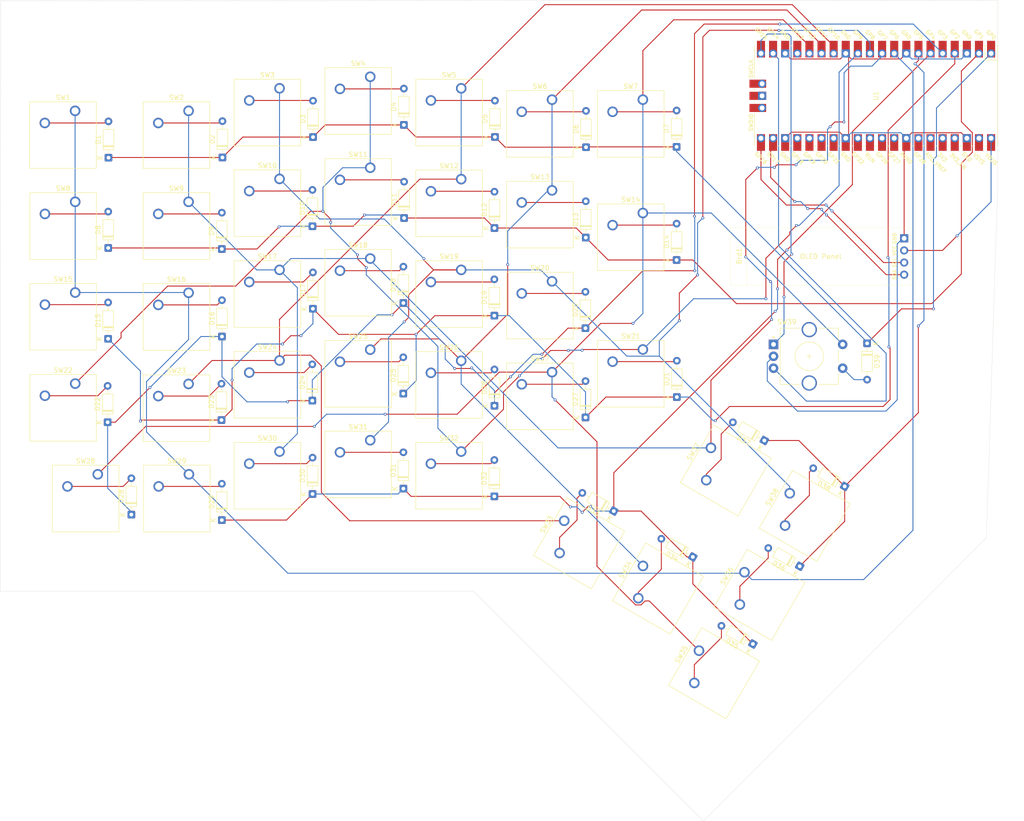
<source format=kicad_pcb>
(kicad_pcb (version 20241229) (generator "pcbnew") (generator_version "9.0")
  (layers (0 "F.Cu" signal) (2 "B.Cu" signal) (13 "F.Paste" user) (15 "B.Paste" user) (5 "F.SilkS" user "F.Silkscreen") (7 "B.SilkS" user "B.Silkscreen") (1 "F.Mask" user) (3 "B.Mask" user) (25 "Edge.Cuts" user))
  (net 0 "")
  (net 1 "+5V")
  (net 2 "GND")
  (net 3 "Net-(Brd1-SCL)")
  (net 4 "Net-(Brd1-SDA)")
  (net 5 "Net-(D1-A)")
  (net 6 "row0")
  (net 7 "Net-(D2-A)")
  (net 8 "Net-(D3-A)")
  (net 9 "Net-(D4-A)")
  (net 10 "Net-(D5-A)")
  (net 11 "Net-(D6-A)")
  (net 12 "Net-(D7-A)")
  (net 13 "row1")
  (net 14 "Net-(D8-A)")
  (net 15 "Net-(D9-A)")
  (net 16 "Net-(D10-A)")
  (net 17 "Net-(D11-A)")
  (net 18 "Net-(D12-A)")
  (net 19 "Net-(D13-A)")
  (net 20 "Net-(D14-A)")
  (net 21 "Net-(D15-A)")
  (net 22 "row2")
  (net 23 "row3")
  (net 24 "Net-(D16-A)")
  (net 25 "Net-(D17-A)")
  (net 26 "Net-(D18-A)")
  (net 27 "Net-(D19-A)")
  (net 28 "Net-(D20-A)")
  (net 29 "Net-(D21-A)")
  (net 30 "Net-(D22-A)")
  (net 31 "Net-(D23-A)")
  (net 32 "Net-(D24-A)")
  (net 33 "Net-(D25-A)")
  (net 34 "Net-(D26-A)")
  (net 35 "Net-(D27-A)")
  (net 36 "Net-(D28-A)")
  (net 37 "row4")
  (net 38 "Net-(D29-A)")
  (net 39 "Net-(D30-A)")
  (net 40 "Net-(D31-A)")
  (net 41 "Net-(D32-A)")
  (net 42 "Net-(D33-A)")
  (net 43 "Net-(D34-A)")
  (net 44 "Net-(D35-A)")
  (net 45 "Net-(D36-A)")
  (net 46 "row5")
  (net 47 "Net-(D37-A)")
  (net 48 "Net-(D38-A)")
  (net 49 "Net-(D39-A)")
  (net 50 "col0")
  (net 51 "col1")
  (net 52 "col2")
  (net 53 "col3")
  (net 54 "col4")
  (net 55 "col5")
  (net 56 "col6")
  (net 57 "RE0")
  (net 58 "RE1")
  (footprint "Diode_THT:D_DO-35_SOD27_P7.62mm_Horizontal" (layer "F.Cu") (at 259.1 136 90)
    (property "Reference" "D31")
    (property "Value" "1N4148")
  )
  (footprint "Rotary_Encoder:RotaryEncoder_Alps_EC11E-Switch_Vertical_H20mm_CircularMountingHoles" (layer "F.Cu") (at 336.725 105.75)
    (property "Reference" "SW39")
    (property "Value" "RotaryEncoder_Switch")
  )
  (footprint "Button_Switch_Keyboard:SW_Cherry_MX_1.00u_PCB" (layer "F.Cu") (at 252.15 68.7)
    (property "Reference" "SW11")
    (property "Value" "SW_Push")
  )
  (footprint "Button_Switch_Keyboard:SW_Cherry_MX_1.00u_PCB" (layer "F.Cu") (at 309.345591 152.210295 60)
    (property "Reference" "SW34")
    (property "Value" "SW_Push")
  )
  (footprint "Button_Switch_Keyboard:SW_Cherry_MX_1.00u_PCB" (layer "F.Cu") (at 271.225 71.1)
    (property "Reference" "SW12")
    (property "Value" "SW_Push")
  )
  (footprint "Button_Switch_Keyboard:SW_Cherry_MX_1.00u_PCB" (layer "F.Cu") (at 309.325 78.2)
    (property "Reference" "SW14")
    (property "Value" "SW_Push")
  )
  (footprint "Button_Switch_Keyboard:SW_Cherry_MX_1.00u_PCB" (layer "F.Cu") (at 340.125295 136.980739 60)
    (property "Reference" "SW38")
    (property "Value" "SW_Push")
  )
  (footprint "Diode_THT:D_DO-35_SOD27_P7.62mm_Horizontal" (layer "F.Cu") (at 297.4 64.4 90)
    (property "Reference" "D6")
    (property "Value" "1N4148")
  )
  (footprint "Button_Switch_Keyboard:SW_Cherry_MX_1.00u_PCB" (layer "F.Cu") (at 321.095591 169.985295 60)
    (property "Reference" "SW35")
    (property "Value" "SW_Push")
  )
  (footprint "Diode_THT:D_DO-35_SOD27_P7.62mm_Horizontal" (layer "F.Cu") (at 240.125 98.275 90)
    (property "Reference" "D17")
    (property "Value" "1N4148")
  )
  (footprint "Diode_THT:D_DO-35_SOD27_P7.62mm_Horizontal" (layer "F.Cu") (at 278.3 62.25 90)
    (property "Reference" "D5")
    (property "Value" "1N4148")
  )
  (footprint "Button_Switch_Keyboard:SW_Cherry_MX_1.00u_PCB" (layer "F.Cu") (at 214.05 75.85)
    (property "Reference" "SW9")
    (property "Value" "SW_Push")
  )
  (footprint "Diode_THT:D_DO-35_SOD27_P7.62mm_Horizontal" (layer "F.Cu") (at 278.175 99.725 90)
    (property "Reference" "D19")
    (property "Value" "1N4148")
  )
  (footprint "Button_Switch_Keyboard:SW_Cherry_MX_1.00u_PCB" (layer "F.Cu") (at 233.125 90.125)
    (property "Reference" "SW17")
    (property "Value" "SW_Push")
  )
  (footprint "Button_Switch_Keyboard:SW_Cherry_MX_1.00u_PCB" (layer "F.Cu") (at 271.225 90.125)
    (property "Reference" "SW19")
    (property "Value" "SW_Push")
  )
  (footprint "Button_Switch_Keyboard:SW_Cherry_MX_1.00u_PCB" (layer "F.Cu") (at 252.15 87.75)
    (property "Reference" "SW18")
    (property "Value" "SW_Push")
  )
  (footprint "Button_Switch_Keyboard:SW_Cherry_MX_1.00u_PCB" (layer "F.Cu") (at 233.125 71.05)
    (property "Reference" "SW10")
    (property "Value" "SW_Push")
  )
  (footprint "Diode_THT:D_DO-35_SOD27_P7.62mm_Horizontal" (layer "F.Cu") (at 221.15 66.55 90)
    (property "Reference" "D2")
    (property "Value" "1N4148")
  )
  (footprint "Diode_THT:D_DO-35_SOD27_P7.62mm_Horizontal" (layer "F.Cu") (at 351.649557 135.53 150)
    (property "Reference" "D38")
    (property "Value" "1N4148")
  )
  (footprint "Button_Switch_Keyboard:SW_Cherry_MX_1.00u_PCB" (layer "F.Cu") (at 323.600296 127.455739 60)
    (property "Reference" "SW37")
    (property "Value" "SW_Push")
  )
  (footprint "Diode_THT:D_DO-35_SOD27_P7.62mm_Horizontal" (layer "F.Cu") (at 297.3 121.075 90)
    (property "Reference" "D27")
    (property "Value" "1N4148")
  )
  (footprint "KiCad-SSD1306-0.91-OLED-4pin-128x32.pretty-master:SSD1306-0.91-OLED-4pin-128x32" (layer "F.Cu") (at 327.625 81.32)
    (property "Reference" "Brd1")
    (property "Value" "SSD1306")
  )
  (footprint "Button_Switch_Keyboard:SW_Cherry_MX_1.00u_PCB" (layer "F.Cu") (at 271.225 109.175)
    (property "Reference" "SW26")
    (property "Value" "SW_Push")
  )
  (footprint "Diode_THT:D_DO-35_SOD27_P7.62mm_Horizontal" (layer "F.Cu") (at 278.2 81.35 90)
    (property "Reference" "D12")
    (property "Value" "1N4148")
  )
  (footprint "Button_Switch_Keyboard:SW_Cherry_MX_1.00u_PCB" (layer "F.Cu") (at 309.325 106.825)
    (property "Reference" "SW21")
    (property "Value" "SW_Push")
  )
  (footprint "Button_Switch_Keyboard:SW_Cherry_MX_1.00u_PCB" (layer "F.Cu") (at 190.275 94.875)
    (property "Reference" "SW15")
    (property "Value" "SW_Push")
  )
  (footprint "Diode_THT:D_DO-35_SOD27_P7.62mm_Horizontal" (layer "F.Cu") (at 259.1 97.075 90)
    (property "Reference" "D18")
    (property "Value" "1N4148")
  )
  (footprint "Diode_THT:D_DO-35_SOD27_P7.62mm_Horizontal" (layer "F.Cu") (at 240 117.55 90)
    (property "Reference" "D24")
    (property "Value" "1N4148")
  )
  (footprint "Diode_THT:D_DO-35_SOD27_P7.62mm_Horizontal" (layer "F.Cu") (at 332.399555 168.58 150)
    (property "Reference" "D35")
    (property "Value" "1N4148")
  )
  (footprint "Button_Switch_Keyboard:SW_Cherry_MX_1.00u_PCB" (layer "F.Cu") (at 233.125 128.225)
    (property "Reference" "SW30")
    (property "Value" "SW_Push")
  )
  (footprint "Button_Switch_Keyboard:SW_Cherry_MX_1.00u_PCB" (layer "F.Cu") (at 290.275 54.425)
    (property "Reference" "SW6")
    (property "Value" "SW_Push")
  )
  (footprint "Button_Switch_Keyboard:SW_Cherry_MX_1.00u_PCB" (layer "F.Cu") (at 190.25 56.775)
    (property "Reference" "SW1")
    (property "Value" "SW_Push")
  )
  (footprint "Diode_THT:D_DO-35_SOD27_P7.62mm_Horizontal" (layer "F.Cu") (at 316.45 116.8 90)
    (property "Reference" "D21")
    (property "Value" "1N4148")
  )
  (footprint "Diode_THT:D_DO-35_SOD27_P7.62mm_Horizontal" (layer "F.Cu") (at 240.15 62.275 90)
    (property "Reference" "D3")
    (property "Value" "1N4148")
  )
  (footprint "Diode_THT:D_DO-35_SOD27_P7.62mm_Horizontal" (layer "F.Cu") (at 316.4 88.05 90)
    (property "Reference" "D14")
    (property "Value" "1N4148")
  )
  (footprint "Diode_THT:D_DO-35_SOD27_P7.62mm_Horizontal" (layer "F.Cu") (at 303.224114 140.71 150)
    (property "Reference" "D33")
    (property "Value" "1N4148")
  )
  (footprint "Button_Switch_Keyboard:SW_Cherry_MX_1.00u_PCB" (layer "F.Cu") (at 309.325 54.425)
    (property "Reference" "SW7")
    (property "Value" "SW_Push")
  )
  (footprint "Diode_THT:D_DO-35_SOD27_P7.62mm_Horizontal" (layer "F.Cu") (at 356.35 105.525 -90)
    (property "Reference" "D39")
    (property "Value" "1N4148")
  )
  (footprint "Diode_THT:D_DO-35_SOD27_P7.62mm_Horizontal" (layer "F.Cu") (at 334.799557 125.905 150)
    (property "Reference" "D37")
    (property "Value" "1N4148")
  )
  (footprint "Button_Switch_Keyboard:SW_Cherry_MX_1.00u_PCB" (layer "F.Cu") (at 252.15 49.625)
    (property "Reference" "SW4")
    (property "Value" "SW_Push")
  )
  (footprint "Button_Switch_Keyboard:SW_Cherry_MX_1.00u_PCB" (layer "F.Cu") (at 290.275 111.575)
    (property "Reference" "SW27")
    (property "Value" "SW_Push")
  )
  (footprint "Button_Switch_Keyboard:SW_Cherry_MX_1.00u_PCB" (layer "F.Cu") (at 214.05 56.775)
    (property "Reference" "SW2")
    (property "Value" "SW_Push")
  )
  (footprint "Diode_THT:D_DO-35_SOD27_P7.62mm_Horizontal" (layer "F.Cu") (at 202.05 141.45 90)
    (property "Reference" "D28")
    (property "Value" "1N4148")
  )
  (footprint "Diode_THT:D_DO-35_SOD27_P7.62mm_Horizontal" (layer "F.Cu") (at 240.05 137.125 90)
    (property "Reference" "D30")
    (property "Value" "1N4148")
  )
  (footprint "Diode_THT:D_DO-35_SOD27_P7.62mm_Horizontal" (layer "F.Cu") (at 259.2 59.725 90)
    (property "Reference" "D4")
    (property "Value" "1N4148")
  )
  (footprint "Button_Switch_Keyboard:SW_Cherry_MX_1.00u_PCB" (layer "F.Cu") (at 271.225 52.05)
    (property "Reference" "SW5")
    (property "Value" "SW_Push")
  )
  (footprint "Button_Switch_Keyboard:SW_Cherry_MX_1.00u_PCB" (layer "F.Cu") (at 214.05 114.05)
    (property "Reference" "SW23")
    (property "Value" "SW_Push")
  )
  (footprint "Diode_THT:D_DO-35_SOD27_P7.62mm_Horizontal" (layer "F.Cu") (at 197.175 104.575 90)
    (property "Reference" "D15")
    (property "Value" "1N4148")
  )
  (footprint "Button_Switch_Keyboard:SW_Cherry_MX_1.00u_PCB" (layer "F.Cu") (at 252.15 125.85)
    (property "Reference" "SW31")
    (property "Value" "SW_Push")
  )
  (footprint "Diode_THT:D_DO-35_SOD27_P7.62mm_Horizontal" (layer "F.Cu") (at 259.075 116.075 90)
    (property "Reference" "D25")
    (property "Value" "1N4148")
  )
  (footprint "Diode_THT:D_DO-35_SOD27_P7.62mm_Horizontal" (layer "F.Cu") (at 342.224555 152.28 150)
    (property "Reference" "D36")
    (property "Value" "1N4148")
  )
  (footprint "Diode_THT:D_DO-35_SOD27_P7.62mm_Horizontal" (layer "F.Cu") (at 221.025 85.75 90)
    (property "Reference" "D9")
    (property "Value" "1N4148")
  )
  (footprint "Diode_THT:D_DO-35_SOD27_P7.62mm_Horizontal" (layer "F.Cu") (at 240.025 80.975 90)
    (property "Reference" "D10")
    (property "Value" "1N4148")
  )
  (footprint "Button_Switch_Keyboard:SW_Cherry_MX_1.00u_PCB" (layer "F.Cu") (at 214.125 133)
    (property "Reference" "SW29")
    (property "Value" "SW_Push")
  )
  (footprint "Diode_THT:D_DO-35_SOD27_P7.62mm_Horizontal" (layer "F.Cu") (at 220.95 121.625 90)
    (property "Reference" "D23")
    (property "Value" "1N4148")
  )
  (footprint "Button_Switch_Keyboard:SW_Cherry_MX_1.00u_PCB" (layer "F.Cu") (at 233.125 52.05)
    (property "Reference" "SW3")
    (property "Value" "SW_Push")
  )
  (footprint "Button_Switch_Keyboard:SW_Cherry_MX_1.00u_PCB" (layer "F.Cu") (at 290.275 73.45)
    (property "Reference" "SW13")
    (property "Value" "SW_Push")
  )
  (footprint "MCU_RaspberryPi_and_Boards:RPi_Pico_SMD_TH" (layer "F.Cu") (at 358.225 53.625 -90)
    (property "Reference" "U1")
    (property "Value" "Pico")
  )
  (footprint "Button_Switch_Keyboard:SW_Cherry_MX_1.00u_PCB" (layer "F.Cu") (at 292.83059 142.734705 60)
    (property "Reference" "SW33")
    (property "Value" "SW_Push")
  )
  (footprint "Diode_THT:D_DO-35_SOD27_P7.62mm_Horizontal" (layer "F.Cu") (at 197.2 85.525 90)
    (property "Reference" "D8")
    (property "Value" "1N4148")
  )
  (footprint "Diode_THT:D_DO-35_SOD27_P7.62mm_Horizontal" (layer "F.Cu") (at 221.05 104.1 90)
    (property "Reference" "D16")
    (property "Value" "1N4148")
  )
  (footprint "Diode_THT:D_DO-35_SOD27_P7.62mm_Horizontal" (layer "F.Cu") (at 319.799557 150.33 150)
    (property "Reference" "D34")
    (property "Value" "1N4148")
  )
  (footprint "Button_Switch_Keyboard:SW_Cherry_MX_1.00u_PCB" (layer "F.Cu") (at 290.275 92.525)
    (property "Reference" "SW20")
    (property "Value" "SW_Push")
  )
  (footprint "Diode_THT:D_DO-35_SOD27_P7.62mm_Horizontal" (layer "F.Cu") (at 297.35 83.35 90)
    (property "Reference" "D13")
    (property "Value" "1N4148")
  )
  (footprint "Button_Switch_Keyboard:SW_Cherry_MX_1.00u_PCB" (layer "F.Cu") (at 330.635591 153.535886 60)
    (property "Reference" "SW36")
    (property "Value" "SW_Push")
  )
  (footprint "Diode_THT:D_DO-35_SOD27_P7.62mm_Horizontal" (layer "F.Cu") (at 197.075 122.075 90)
    (property "Reference" "D22")
    (property "Value" "1N4148")
  )
  (footprint "Button_Switch_Keyboard:SW_Cherry_MX_1.00u_PCB" (layer "F.Cu") (at 195 133)
    (property "Reference" "SW28")
    (property "Value" "SW_Push")
  )
  (footprint "Button_Switch_Keyboard:SW_Cherry_MX_1.00u_PCB" (layer "F.Cu") (at 271.225 128.225)
    (property "Reference" "SW32")
    (property "Value" "SW_Push")
  )
  (footprint "Button_Switch_Keyboard:SW_Cherry_MX_1.00u_PCB" (layer "F.Cu") (at 190.275 113.975)
    (property "Reference" "SW22")
    (property "Value" "SW_Push")
  )
  (footprint "Button_Switch_Keyboard:SW_Cherry_MX_1.00u_PCB" (layer "F.Cu") (at 233.125 109.125)
    (property "Reference" "SW24")
    (property "Value" "SW_Push")
  )
  (footprint "Diode_THT:D_DO-35_SOD27_P7.62mm_Horizontal" (layer "F.Cu") (at 221.025 142.6 90)
    (property "Reference" "D29")
    (property "Value" "1N4148")
  )
  (footprint "Button_Switch_Keyboard:SW_Cherry_MX_1.00u_PCB" (layer "F.Cu") (at 214.05 94.925)
    (property "Reference" "SW16")
    (property "Value" "SW_Push")
  )
  (footprint "Diode_THT:D_DO-35_SOD27_P7.62mm_Horizontal" (layer "F.Cu") (at 278.2 118.625 90)
    (property "Reference" "D26")
    (property "Value" "1N4148")
  )
  (footprint "Diode_THT:D_DO-35_SOD27_P7.62mm_Horizontal" (layer "F.Cu") (at 259.25 79.25 90)
    (property "Reference" "D11")
    (property "Value" "1N4148")
  )
  (footprint "Diode_THT:D_DO-35_SOD27_P7.62mm_Horizontal" (layer "F.Cu") (at 278.175 137.625 90)
    (property "Reference" "D32")
    (property "Value" "1N4148")
  )
  (footprint "Diode_THT:D_DO-35_SOD27_P7.62mm_Horizontal" (layer "F.Cu") (at 316.4 64.325 90)
    (property "Reference" "D7")
    (property "Value" "1N4148")
  )
  (footprint "Button_Switch_Keyboard:SW_Cherry_MX_1.00u_PCB" (layer "F.Cu") (at 252.15 106.85)
    (property "Reference" "SW25")
    (property "Value" "SW_Push")
  )
  (footprint "Button_Switch_Keyboard:SW_Cherry_MX_1.00u_PCB" (layer "F.Cu") (at 190.275 75.85)
    (property "Reference" "SW8")
    (property "Value" "SW_Push")
  )
  (footprint "Diode_THT:D_DO-35_SOD27_P7.62mm_Horizontal" (layer "F.Cu") (at 297.275 102.35 90)
    (property "Reference" "D20")
    (property "Value" "1N4148")
  )
  (footprint "Diode_THT:D_DO-35_SOD27_P7.62mm_Horizontal" (layer "F.Cu") (at 197.25 66.6 90)
    (property "Reference" "D1")
    (property "Value" "1N4148")
  )
  (gr_line (start 174.525 157.525) (end 273.85 157.525) (stroke (width 0.05)) (layer "Edge.Cuts"))
  (gr_line (start 383.725 72.975) (end 381.375 146.3) (stroke (width 0.05)) (layer "Edge.Cuts"))
  (gr_line (start 383.75 43.1) (end 383.75 33.55) (stroke (width 0.05)) (layer "Edge.Cuts"))
  (gr_line (start 322.05 205.725) (end 381.375 146.3) (stroke (width 0.05)) (layer "Edge.Cuts"))
  (gr_line (start 383.75 33.55) (end 174.625 33.7) (stroke (width 0.05)) (layer "Edge.Cuts"))
  (gr_line (start 273.85 157.525) (end 322.05 205.725) (stroke (width 0.05)) (layer "Edge.Cuts"))
  (gr_line (start 383.725 72.975) (end 383.75 43.1) (stroke (width 0.05)) (layer "Edge.Cuts"))
  (gr_line (start 174.625 33.7) (end 174.525 157.525) (stroke (width 0.05)) (layer "Edge.Cuts"))
  (segment (start 364.125 86.05) (end 372.15 86.05) (width 0.2) (layer "F.Cu") (net 1))
  (segment (start 372.15 86.05) (end 375.225 82.975) (width 0.2) (layer "F.Cu") (net 1))
  (via (at 375.225 82.975) (size 0.6) (drill 0.3) (layers "F.Cu" "B.Cu") (net 1))
  (segment (start 382.355 62.515) (end 382.355 75.845) (width 0.2) (layer "B.Cu") (net 1))
  (segment (start 382.355 75.845) (end 375.225 82.975) (width 0.2) (layer "B.Cu") (net 1))
  (segment (start 340.326 45.886) (end 350.724 45.886) (width 0.2) (layer "F.Cu") (net 2))
  (segment (start 351.875 62.515) (end 350.61 61.25) (width 0.2) (layer "F.Cu") (net 2))
  (segment (start 364.575 62.515) (end 365.726 61.364) (width 0.2) (layer "F.Cu") (net 2))
  (segment (start 364.125 83.51) (end 364.125 62.965) (width 0.2) (layer "F.Cu") (net 2))
  (segment (start 352.475 61.915) (end 352.475 45.335) (width 0.2) (layer "F.Cu") (net 2))
  (segment (start 365.726 61.364) (end 376.124 61.364) (width 0.2) (layer "F.Cu") (net 2))
  (segment (start 340.44 61.25) (end 339.175 62.515) (width 0.2) (layer "F.Cu") (net 2))
  (segment (start 351.875 62.515) (end 352.475 61.915) (width 0.2) (layer "F.Cu") (net 2))
  (segment (start 363.424 45.886) (end 364.575 44.735) (width 0.2) (layer "F.Cu") (net 2))
  (segment (start 350.724 45.886) (end 351.875 44.735) (width 0.2) (layer "F.Cu") (net 2))
  (segment (start 364.125 62.965) (end 364.575 62.515) (width 0.2) (layer "F.Cu") (net 2))
  (segment (start 351.875 44.735) (end 353.026 45.886) (width 0.2) (layer "F.Cu") (net 2))
  (segment (start 353.026 45.886) (end 363.424 45.886) (width 0.2) (layer "F.Cu") (net 2))
  (segment (start 339.175 44.735) (end 340.326 45.886) (width 0.2) (layer "F.Cu") (net 2))
  (segment (start 376.124 61.364) (end 377.275 62.515) (width 0.2) (layer "F.Cu") (net 2))
  (segment (start 350.61 61.25) (end 340.44 61.25) (width 0.2) (layer "F.Cu") (net 2))
  (segment (start 352.475 45.335) (end 351.875 44.735) (width 0.2) (layer "F.Cu") (net 2))
  (segment (start 341.75 119.75) (end 360.3 119.75) (width 0.2) (layer "B.Cu") (net 2))
  (segment (start 360.3 119.75) (end 362.675 117.375) (width 0.2) (layer "B.Cu") (net 2))
  (segment (start 376.124 45.886) (end 377.275 44.735) (width 0.2) (layer "B.Cu") (net 2))
  (segment (start 362.675 84.65) (end 363.815 83.51) (width 0.2) (layer "B.Cu") (net 2))
  (segment (start 362.675 117.375) (end 362.675 84.65) (width 0.2) (layer "B.Cu") (net 2))
  (segment (start 363.424 61.364) (end 364.575 62.515) (width 0.2) (layer "B.Cu") (net 2))
  (segment (start 353.026 61.364) (end 363.424 61.364) (width 0.2) (layer "B.Cu") (net 2))
  (segment (start 335.424 109.551) (end 335.424 113.424) (width 0.2) (layer "B.Cu") (net 2))
  (segment (start 335.424 113.424) (end 341.75 119.75) (width 0.2) (layer "B.Cu") (net 2))
  (segment (start 364.575 44.735) (end 365.726 45.886) (width 0.2) (layer "B.Cu") (net 2))
  (segment (start 336.725 108.25) (end 335.424 109.551) (width 0.2) (layer "B.Cu") (net 2))
  (segment (start 365.726 45.886) (end 376.124 45.886) (width 0.2) (layer "B.Cu") (net 2))
  (segment (start 363.815 83.51) (end 364.125 83.51) (width 0.2) (layer "B.Cu") (net 2))
  (segment (start 351.875 62.515) (end 353.026 61.364) (width 0.2) (layer "B.Cu") (net 2))
  (segment (start 359.815 88.59) (end 348.975 77.75) (width 0.2) (layer "F.Cu") (net 3))
  (segment (start 339.425 76.525) (end 347.725 76.525) (width 0.2) (layer "F.Cu") (net 3))
  (segment (start 334.095 62.515) (end 334.095 71.195) (width 0.2) (layer "F.Cu") (net 3))
  (segment (start 364.125 88.59) (end 359.815 88.59) (width 0.2) (layer "F.Cu") (net 3))
  (segment (start 334.095 71.195) (end 339.425 76.525) (width 0.2) (layer "F.Cu") (net 3))
  (via (at 348.975 77.75) (size 0.6) (drill 0.3) (layers "F.Cu" "B.Cu") (net 3))
  (via (at 347.725 76.525) (size 0.6) (drill 0.3) (layers "F.Cu" "B.Cu") (net 3))
  (segment (start 348.95 77.75) (end 347.725 76.525) (width 0.2) (layer "B.Cu") (net 3))
  (segment (start 348.975 77.75) (end 348.95 77.75) (width 0.2) (layer "B.Cu") (net 3))
  (segment (start 346.825 77.425) (end 346.675 77.275) (width 0.2) (layer "F.Cu") (net 4))
  (segment (start 336.125 63.025) (end 336.635 62.515) (width 0.2) (layer "F.Cu") (net 4))
  (segment (start 360.355 91.13) (end 347.825 78.6) (width 0.2) (layer "F.Cu") (net 4))
  (segment (start 364.125 91.13) (end 360.355 91.13) (width 0.2) (layer "F.Cu") (net 4))
  (segment (start 336.125 70.75) (end 336.125 63.025) (width 0.2) (layer "F.Cu") (net 4))
  (segment (start 341.175 75.8) (end 336.125 70.75) (width 0.2) (layer "F.Cu") (net 4))
  (segment (start 346.675 77.275) (end 343.9 77.275) (width 0.2) (layer "F.Cu") (net 4))
  (via (at 343.9 77.275) (size 0.6) (drill 0.3) (layers "F.Cu" "B.Cu") (net 4))
  (via (at 346.825 77.425) (size 0.6) (drill 0.3) (layers "F.Cu" "B.Cu") (net 4))
  (via (at 341.175 75.8) (size 0.6) (drill 0.3) (layers "F.Cu" "B.Cu") (net 4))
  (via (at 347.825 78.6) (size 0.6) (drill 0.3) (layers "F.Cu" "B.Cu") (net 4))
  (segment (start 346.825 77.6) (end 346.825 77.425) (width 0.2) (layer "B.Cu") (net 4))
  (segment (start 343.9 77.275) (end 342.425 75.8) (width 0.2) (layer "B.Cu") (net 4))
  (segment (start 347.825 78.6) (end 346.825 77.6) (width 0.2) (layer "B.Cu") (net 4))
  (segment (start 342.425 75.8) (end 341.175 75.8) (width 0.2) (layer "B.Cu") (net 4))
  (segment (start 183.9 59.315) (end 196.915 59.315) (width 0.2) (layer "F.Cu") (net 5))
  (segment (start 196.915 59.315) (end 197.25 58.98) (width 0.2) (layer "F.Cu") (net 5))
  (segment (start 297.475 64.325) (end 297.4 64.4) (width 0.2) (layer "F.Cu") (net 6))
  (segment (start 280.45 64.4) (end 278.3 62.25) (width 0.2) (layer "F.Cu") (net 6))
  (segment (start 278.3 62.25) (end 261.725 62.25) (width 0.2) (layer "F.Cu") (net 6))
  (segment (start 363.575 98.3) (end 370.275 98.3) (width 0.2) (layer "F.Cu") (net 6))
  (segment (start 197.3 66.55) (end 197.25 66.6) (width 0.2) (layer "F.Cu") (net 6))
  (segment (start 297.4 64.4) (end 280.45 64.4) (width 0.2) (layer "F.Cu") (net 6))
  (segment (start 316.4 64.325) (end 297.475 64.325) (width 0.2) (layer "F.Cu") (net 6))
  (segment (start 356.35 105.525) (end 363.575 98.3) (width 0.2) (layer "F.Cu") (net 6))
  (segment (start 242.7 59.725) (end 240.15 62.275) (width 0.2) (layer "F.Cu") (net 6))
  (segment (start 259.2 59.725) (end 242.7 59.725) (width 0.2) (layer "F.Cu") (net 6))
  (segment (start 225.425 62.275) (end 221.15 66.55) (width 0.2) (layer "F.Cu") (net 6))
  (segment (start 240.15 62.275) (end 225.425 62.275) (width 0.2) (layer "F.Cu") (net 6))
  (segment (start 221.15 66.55) (end 197.3 66.55) (width 0.2) (layer "F.Cu") (net 6))
  (segment (start 261.725 62.25) (end 259.2 59.725) (width 0.2) (layer "F.Cu") (net 6))
  (via (at 370.275 98.3) (size 0.6) (drill 0.3) (layers "F.Cu" "B.Cu") (net 6))
  (segment (start 370.9 66.325) (end 370.9 56.19) (width 0.2) (layer "B.Cu") (net 6))
  (segment (start 356.35 105.275) (end 316.4 65.325) (width 0.2) (layer "B.Cu") (net 6))
  (segment (start 316.4 65.325) (end 316.4 64.325) (width 0.2) (layer "B.Cu") (net 6))
  (segment (start 370.275 98.3) (end 370.275 66.95) (width 0.2) (layer "B.Cu") (net 6))
  (segment (start 356.35 105.525) (end 356.35 105.275) (width 0.2) (layer "B.Cu") (net 6))
  (segment (start 370.9 56.19) (end 382.355 44.735) (width 0.2) (layer "B.Cu") (net 6))
  (segment (start 370.275 66.95) (end 370.9 66.325) (width 0.2) (layer "B.Cu") (net 6))
  (segment (start 220.765 59.315) (end 221.15 58.93) (width 0.2) (layer "F.Cu") (net 7))
  (segment (start 207.7 59.315) (end 220.765 59.315) (width 0.2) (layer "F.Cu") (net 7))
  (segment (start 226.775 54.59) (end 240.085 54.59) (width 0.2) (layer "F.Cu") (net 8))
  (segment (start 240.085 54.59) (end 240.15 54.655) (width 0.2) (layer "F.Cu") (net 8))
  (segment (start 245.8 52.165) (end 259.14 52.165) (width 0.2) (layer "F.Cu") (net 9))
  (segment (start 259.14 52.165) (end 259.2 52.105) (width 0.2) (layer "F.Cu") (net 9))
  (segment (start 278.26 54.59) (end 278.3 54.63) (width 0.2) (layer "F.Cu") (net 10))
  (segment (start 264.875 54.59) (end 278.26 54.59) (width 0.2) (layer "F.Cu") (net 10))
  (segment (start 283.925 56.965) (end 297.215 56.965) (width 0.2) (layer "F.Cu") (net 11))
  (segment (start 297.215 56.965) (end 297.4 56.78) (width 0.2) (layer "F.Cu") (net 11))
  (segment (start 316.14 56.965) (end 316.4 56.705) (width 0.2) (layer "F.Cu") (net 12))
  (segment (start 302.975 56.965) (end 316.14 56.965) (width 0.2) (layer "F.Cu") (net 12))
  (segment (start 220.8 85.525) (end 221.025 85.75) (width 0.2) (layer "F.Cu") (net 13))
  (segment (start 248.575 80.975) (end 250.9375 78.6125) (width 0.2) (layer "F.Cu") (net 13))
  (segment (start 376.124 59.062) (end 376.124 48.426) (width 0.2) (layer "F.Cu") (net 13))
  (segment (start 378.426 65.466) (end 378.426 61.364) (width 0.2) (layer "F.Cu") (net 13))
  (segment (start 197.2 85.525) (end 220.8 85.525) (width 0.2) (layer "F.Cu") (net 13))
  (segment (start 297.35 83.35) (end 302.05 88.05) (width 0.2) (layer "F.Cu") (net 13))
  (segment (start 302.05 88.05) (end 316.4 88.05) (width 0.2) (layer "F.Cu") (net 13))
  (segment (start 259.25 79.25) (end 276.1 79.25) (width 0.2) (layer "F.Cu") (net 13))
  (segment (start 328.95 97.2) (end 369.9 97.2) (width 0.2) (layer "F.Cu") (net 13))
  (segment (start 228.375 85.75) (end 233.025 81.1) (width 0.2) (layer "F.Cu") (net 13))
  (segment (start 376.124 67.768) (end 378.426 65.466) (width 0.2) (layer "F.Cu") (net 13))
  (segment (start 376.124 90.976) (end 376.124 67.768) (width 0.2) (layer "F.Cu") (net 13))
  (segment (start 369.9 97.2) (end 376.124 90.976) (width 0.2) (layer "F.Cu") (net 13))
  (segment (start 376.124 48.426) (end 379.815 44.735) (width 0.2) (layer "F.Cu") (net 13))
  (segment (start 221.025 85.75) (end 228.375 85.75) (width 0.2) (layer "F.Cu") (net 13))
  (segment (start 316.4 88.05) (end 319.8 88.05) (width 0.2) (layer "F.Cu") (net 13))
  (segment (start 378.426 61.364) (end 376.124 59.062) (width 0.2) (layer "F.Cu") (net 13))
  (segment (start 240.025 80.975) (end 248.575 80.975) (width 0.2) (layer "F.Cu") (net 13))
  (segment (start 276.1 79.25) (end 278.2 81.35) (width 0.2) (layer "F.Cu") (net 13))
  (segment (start 295.35 81.35) (end 297.35 83.35) (width 0.2) (layer "F.Cu") (net 13))
  (segment (start 278.2 81.35) (end 295.35 81.35) (width 0.2) (layer "F.Cu") (net 13))
  (segment (start 319.8 88.05) (end 328.95 97.2) (width 0.2) (layer "F.Cu") (net 13))
  (via (at 233.025 81.1) (size 0.6) (drill 0.3) (layers "F.Cu" "B.Cu") (net 13))
  (via (at 250.9375 78.6125) (size 0.6) (drill 0.3) (layers "F.Cu" "B.Cu") (net 13))
  (segment (start 233.025 81.1) (end 233.15 80.975) (width 0.2) (layer "B.Cu") (net 13))
  (segment (start 259.25 79.25) (end 258.6125 78.6125) (width 0.2) (layer "B.Cu") (net 13))
  (segment (start 258.6125 78.6125) (end 250.9375 78.6125) (width 0.2) (layer "B.Cu") (net 13))
  (segment (start 233.15 80.975) (end 240.025 80.975) (width 0.2) (layer "B.Cu") (net 13))
  (segment (start 183.925 78.39) (end 196.715 78.39) (width 0.2) (layer "F.Cu") (net 14))
  (segment (start 196.715 78.39) (end 197.2 77.905) (width 0.2) (layer "F.Cu") (net 14))
  (segment (start 220.765 78.39) (end 221.025 78.13) (width 0.2) (layer "F.Cu") (net 15))
  (segment (start 207.7 78.39) (end 220.765 78.39) (width 0.2) (layer "F.Cu") (net 15))
  (segment (start 226.775 73.59) (end 239.79 73.59) (width 0.2) (layer "F.Cu") (net 16))
  (segment (start 239.79 73.59) (end 240.025 73.355) (width 0.2) (layer "F.Cu") (net 16))
  (segment (start 258.86 71.24) (end 245.8 71.24) (width 0.2) (layer "F.Cu") (net 17))
  (segment (start 259.25 71.63) (end 258.86 71.24) (width 0.2) (layer "F.Cu") (net 17))
  (segment (start 278.11 73.64) (end 278.2 73.73) (width 0.2) (layer "F.Cu") (net 18))
  (segment (start 264.875 73.64) (end 278.11 73.64) (width 0.2) (layer "F.Cu") (net 18))
  (segment (start 297.09 75.99) (end 297.35 75.73) (width 0.2) (layer "F.Cu") (net 19))
  (segment (start 283.925 75.99) (end 297.09 75.99) (width 0.2) (layer "F.Cu") (net 19))
  (segment (start 302.975 80.74) (end 316.09 80.74) (width 0.2) (layer "F.Cu") (net 20))
  (segment (start 316.09 80.74) (end 316.4 80.43) (width 0.2) (layer "F.Cu") (net 20))
  (segment (start 196.715 97.415) (end 197.175 96.955) (width 0.2) (layer "F.Cu") (net 21))
  (segment (start 183.925 97.415) (end 196.715 97.415) (width 0.2) (layer "F.Cu") (net 21))
  (segment (start 301.575 116.8) (end 297.3 121.075) (width 0.2) (layer "F.Cu") (net 22))
  (segment (start 237.6 103.925) (end 235.5 103.925) (width 0.2) (layer "F.Cu") (net 22))
  (segment (start 374.735 44.735) (end 374.735 46.89) (width 0.2) (layer "F.Cu") (net 22))
  (segment (start 223.175 113.25) (end 223.175 119.4) (width 0.2) (layer "F.Cu") (net 22))
  (segment (start 204.15 121.625) (end 220.95 121.625) (width 0.2) (layer "F.Cu") (net 22))
  (segment (start 261.775 103.65) (end 245.5 103.65) (width 0.2) (layer "F.Cu") (net 22))
  (segment (start 235.5 103.925) (end 233.75 105.675) (width 0.2) (layer "F.Cu") (net 22))
  (segment (start 374.735 46.89) (end 360.775 60.85) (width 0.2) (layer "F.Cu") (net 22))
  (segment (start 361.175 117.325) (end 361.175 106.525) (width 0.2) (layer "F.Cu") (net 22))
  (segment (start 265.7 99.725) (end 261.775 103.65) (width 0.2) (layer "F.Cu") (net 22))
  (segment (start 223.175 119.4) (end 220.95 121.625) (width 0.2) (layer "F.Cu") (net 22))
  (segment (start 327.5 118.775) (end 359.725 118.775) (width 0.2) (layer "F.Cu") (net 22))
  (segment (start 360.775 60.85) (end 360.775 87.45) (width 0.2) (layer "F.Cu") (net 22))
  (segment (start 203.95 121.825) (end 204.15 121.625) (width 0.2) (layer "F.Cu") (net 22))
  (segment (start 359.725 118.775) (end 361.175 117.325) (width 0.2) (layer "F.Cu") (net 22))
  (segment (start 360.775 87.45) (end 360.7 87.525) (width 0.2) (layer "F.Cu") (net 22))
  (segment (start 245.5 103.65) (end 240.125 98.275) (width 0.2) (layer "F.Cu") (net 22))
  (segment (start 278.175 99.725) (end 265.7 99.725) (width 0.2) (layer "F.Cu") (net 22))
  (segment (start 316.45 116.8) (end 301.575 116.8) (width 0.2) (layer "F.Cu") (net 22))
  (segment (start 361.175 106.525) (end 360.925 106.275) (width 0.2) (layer "F.Cu") (net 22))
  (segment (start 324.525 121.75) (end 327.5 118.775) (width 0.2) (layer "F.Cu") (net 22))
  (via (at 233.75 105.675) (size 0.6) (drill 0.3) (layers "F.Cu" "B.Cu") (net 22))
  (via (at 237.6 103.925) (size 0.6) (drill 0.3) (layers "F.Cu" "B.Cu") (net 22))
  (via (at 360.7 87.525) (size 0.6) (drill 0.3) (layers "F.Cu" "B.Cu") (net 22))
  (via (at 203.95 121.825) (size 0.6) (drill 0.3) (layers "F.Cu" "B.Cu") (net 22))
  (via (at 261.775 103.65) (size 0.6) (drill 0.3) (layers "F.Cu" "B.Cu") (net 22))
  (via (at 223.175 113.25) (size 0.6) (drill 0.3) (layers "F.Cu" "B.Cu") (net 22))
  (via (at 324.525 121.75) (size 0.6) (drill 0.3) (layers "F.Cu" "B.Cu") (net 22))
  (via (at 360.925 106.275) (size 0.6) (drill 0.3) (layers "F.Cu" "B.Cu") (net 22))
  (segment (start 261.775 113.375) (end 259.075 116.075) (width 0.2) (layer "B.Cu") (net 22))
  (segment (start 316.45 116.8) (end 319.125 116.8) (width 0.2) (layer "B.Cu") (net 22))
  (segment (start 240.125 98.275) (end 240.125 101.4) (width 0.2) (layer "B.Cu") (net 22))
  (segment (start 320.9 118.575) (end 324.075 121.75) (width 0.2) (layer "B.Cu") (net 22))
  (segment (start 223.175 110.825) (end 223.175 113.25) (width 0.2) (layer "B.Cu") (net 22))
  (segment (start 297.3 121.075) (end 297.3 115.725) (width 0.2) (layer "B.Cu") (net 22))
  (segment (start 233.75 105.675) (end 228.325 105.675) (width 0.2) (layer "B.Cu") (net 22))
  (segment (start 197.175 104.575) (end 203.95 111.35) (width 0.2) (layer "B.Cu") (net 22))
  (segment (start 319.125 116.8) (end 320.9 118.575) (width 0.2) (layer "B.Cu") (net 22))
  (segment (start 228.325 105.675) (end 223.175 110.825) (width 0.2) (layer "B.Cu") (net 22))
  (segment (start 297.3 115.725) (end 281.3 99.725) (width 0.2) (layer "B.Cu") (net 22))
  (segment (start 261.775 103.65) (end 261.775 113.375) (width 0.2) (layer "B.Cu") (net 22))
  (segment (start 360.925 87.75) (end 360.925 106.275) (width 0.2) (layer "B.Cu") (net 22))
  (segment (start 324.075 121.75) (end 324.525 121.75) (width 0.2) (layer "B.Cu") (net 22))
  (segment (start 203.95 111.35) (end 203.95 121.825) (width 0.2) (layer "B.Cu") (net 22))
  (segment (start 240.125 101.4) (end 237.6 103.925) (width 0.2) (layer "B.Cu") (net 22))
  (segment (start 281.3 99.725) (end 278.175 99.725) (width 0.2) (layer "B.Cu") (net 22))
  (segment (start 360.7 87.525) (end 360.925 87.75) (width 0.2) (layer "B.Cu") (net 22))
  (segment (start 269.85 110.8) (end 273.3 110.8) (width 0.2) (layer "F.Cu") (net 23))
  (segment (start 278.2 118.625) (end 278.2 115.925) (width 0.2) (layer "F.Cu") (net 23))
  (segment (start 273.3 110.8) (end 273.425 110.675) (width 0.2) (layer "F.Cu") (net 23))
  (segment (start 309.325 90.3) (end 320.2 90.3) (width 0.2) (layer "F.Cu") (net 23))
  (segment (start 322.175 38.575) (end 338.025 38.575) (width 0.2) (layer "F.Cu") (net 23))
  (segment (start 278.2 115.925) (end 281.575 112.55) (width 0.2) (layer "F.Cu") (net 23))
  (segment (start 320.15 78.875) (end 320.15 40.6) (width 0.2) (layer "F.Cu") (net 23))
  (segment (start 320.15 40.6) (end 322.05 38.7) (width 0.2) (layer "F.Cu") (net 23))
  (segment (start 205.95 114.8) (end 198.675 122.075) (width 0.2) (layer "F.Cu") (net 23))
  (segment (start 297.275 102.35) (end 309.325 90.3) (width 0.2) (layer "F.Cu") (net 23))
  (segment (start 322.05 38.7) (end 322.175 38.575) (width 0.2) (layer "F.Cu") (net 23))
  (segment (start 235.05 117.55) (end 234.8 117.8) (width 0.2) (layer "F.Cu") (net 23))
  (segment (start 240 117.55) (end 235.05 117.55) (width 0.2) (layer "F.Cu") (net 23))
  (segment (start 297.275 102.35) (end 293.625 102.35) (width 0.2) (layer "F.Cu") (net 23))
  (segment (start 259.1 97.15) (end 256.7 99.55) (width 0.2) (layer "F.Cu") (net 23))
  (segment (start 259.1 97.075) (end 259.1 97.15) (width 0.2) (layer "F.Cu") (net 23))
  (segment (start 293.625 102.35) (end 288.15 107.825) (width 0.2) (layer "F.Cu") (net 23))
  (segment (start 198.675 122.075) (end 197.075 122.075) (width 0.2) (layer "F.Cu") (net 23))
  (via (at 320.2 90.3) (size 0.6) (drill 0.3) (layers "F.Cu" "B.Cu") (net 23))
  (via (at 338.025 38.575) (size 0.6) (drill 0.3) (layers "F.Cu" "B.Cu") (net 23))
  (via (at 281.575 112.55) (size 0.6) (drill 0.3) (layers "F.Cu" "B.Cu") (net 23))
  (via (at 269.85 110.8) (size 0.6) (drill 0.3) (layers "F.Cu" "B.Cu") (net 23))
  (via (at 205.95 114.8) (size 0.6) (drill 0.3) (layers "F.Cu" "B.Cu") (net 23))
  (via (at 320.15 78.875) (size 0.6) (drill 0.3) (layers "F.Cu" "B.Cu") (net 23))
  (via (at 234.8 117.8) (size 0.6) (drill 0.3) (layers "F.Cu" "B.Cu") (net 23))
  (via (at 273.425 110.675) (size 0.6) (drill 0.3) (layers "F.Cu" "B.Cu") (net 23))
  (via (at 256.7 99.55) (size 0.6) (drill 0.3) (layers "F.Cu" "B.Cu") (net 23))
  (via (at 288.15 107.825) (size 0.6) (drill 0.3) (layers "F.Cu" "B.Cu") (net 23))
  (segment (start 278.2 115.45) (end 278.2 118.625) (width 0.2) (layer "B.Cu") (net 23))
  (segment (start 221.05 104.1) (end 216.65 104.1) (width 0.2) (layer "B.Cu") (net 23))
  (segment (start 240 117.55) (end 240 113.208686) (width 0.2) (layer "B.Cu") (net 23))
  (segment (start 197.075 122.075) (end 197.075 135.91653) (width 0.2) (layer "B.Cu") (net 23))
  (segment (start 259.1 97.075) (end 267.875 105.85) (width 0.2) (layer "B.Cu") (net 23))
  (segment (start 281.575 112.55) (end 286.3 107.825) (width 0.2) (layer "B.Cu") (net 23))
  (segment (start 286.3 107.825) (end 288.15 107.825) (width 0.2) (layer "B.Cu") (net 23))
  (segment (start 197.075 135.91653) (end 202.05 140.89153) (width 0.2) (layer "B.Cu") (net 23))
  (segment (start 338.025 38.575) (end 366.035 38.575) (width 0.2) (layer "B.Cu") (net 23))
  (segment (start 221.05 104.1) (end 221.05 112.55) (width 0.2) (layer "B.Cu") (net 23))
  (segment (start 320.2 90.3) (end 320.2 78.925) (width 0.2) (layer "B.Cu") (net 23))
  (segment (start 221.05 112.55) (end 226.3 117.8) (width 0.2) (layer "B.Cu") (net 23))
  (segment (start 267.875 106.4) (end 267.875 108.825) (width 0.2) (layer "B.Cu") (net 23))
  (segment (start 226.3 117.8) (end 234.8 117.8) (width 0.2) (layer "B.Cu") (net 23))
  (segment (start 366.035 38.575) (end 372.195 44.735) (width 0.2) (layer "B.Cu") (net 23))
  (segment (start 240 113.208686) (end 253.658686 99.55) (width 0.2) (layer "B.Cu") (net 23))
  (segment (start 202.05 140.89153) (end 202.05 141.45) (width 0.2) (layer "B.Cu") (net 23))
  (segment (start 267.875 108.825) (end 269.85 110.8) (width 0.2) (layer "B.Cu") (net 23))
  (segment (start 253.658686 99.55) (end 256.7 99.55) (width 0.2) (layer "B.Cu") (net 23))
  (segment (start 216.65 104.1) (end 205.95 114.8) (width 0.2) (layer "B.Cu") (net 23))
  (segment (start 273.425 110.675) (end 278.2 115.45) (width 0.2) (layer "B.Cu") (net 23))
  (segment (start 320.2 78.925) (end 320.15 78.875) (width 0.2) (layer "B.Cu") (net 23))
  (segment (start 267.875 105.85) (end 267.875 106.4) (width 0.2) (layer "B.Cu") (net 23))
  (segment (start 207.7 97.465) (end 220.065 97.465) (width 0.2) (layer "F.Cu") (net 24))
  (segment (start 220.065 97.465) (end 221.05 96.48) (width 0.2) (layer "F.Cu") (net 24))
  (segment (start 238.115 92.665) (end 240.125 90.655) (width 0.2) (layer "F.Cu") (net 25))
  (segment (start 226.775 92.665) (end 238.115 92.665) (width 0.2) (layer "F.Cu") (net 25))
  (segment (start 258.265 90.29) (end 259.1 89.455) (width 0.2) (layer "F.Cu") (net 26))
  (segment (start 245.8 90.29) (end 258.265 90.29) (width 0.2) (layer "F.Cu") (net 26))
  (segment (start 264.875 92.665) (end 277.615 92.665) (width 0.2) (layer "F.Cu") (net 27))
  (segment (start 277.615 92.665) (end 278.175 92.105) (width 0.2) (layer "F.Cu") (net 27))
  (segment (start 283.925 95.065) (end 296.94 95.065) (width 0.2) (layer "F.Cu") (net 28))
  (segment (start 296.94 95.065) (end 297.275 94.73) (width 0.2) (layer "F.Cu") (net 28))
  (segment (start 316.265 109.365) (end 316.45 109.18) (width 0.2) (layer "F.Cu") (net 29))
  (segment (start 302.975 109.365) (end 316.265 109.365) (width 0.2) (layer "F.Cu") (net 29))
  (segment (start 183.925 116.515) (end 195.015 116.515) (width 0.2) (layer "F.Cu") (net 30))
  (segment (start 195.015 116.515) (end 197.075 114.455) (width 0.2) (layer "F.Cu") (net 30))
  (segment (start 207.7 116.59) (end 218.365 116.59) (width 0.2) (layer "F.Cu") (net 31))
  (segment (start 218.365 116.59) (end 220.95 114.005) (width 0.2) (layer "F.Cu") (net 31))
  (segment (start 238.265 111.665) (end 240 109.93) (width 0.2) (layer "F.Cu") (net 32))
  (segment (start 226.775 111.665) (end 238.265 111.665) (width 0.2) (layer "F.Cu") (net 32))
  (segment (start 258.14 109.39) (end 259.075 108.455) (width 0.2) (layer "F.Cu") (net 33))
  (segment (start 245.8 109.39) (end 258.14 109.39) (width 0.2) (layer "F.Cu") (net 33))
  (segment (start 264.875 111.715) (end 277.49 111.715) (width 0.2) (layer "F.Cu") (net 34))
  (segment (start 277.49 111.715) (end 278.2 111.005) (width 0.2) (layer "F.Cu") (net 34))
  (segment (start 283.925 114.115) (end 296.64 114.115) (width 0.2) (layer "F.Cu") (net 35))
  (segment (start 296.64 114.115) (end 297.3 113.455) (width 0.2) (layer "F.Cu") (net 35))
  (segment (start 200.34 135.54) (end 202.05 133.83) (width 0.2) (layer "F.Cu") (net 36))
  (segment (start 188.65 135.54) (end 200.34 135.54) (width 0.2) (layer "F.Cu") (net 36))
  (segment (start 291.925 137.625) (end 294.125 139.825) (width 0.2) (layer "F.Cu") (net 37))
  (segment (start 303.224114 140.71) (end 308.947493 140.71) (width 0.2) (layer "F.Cu") (net 37))
  (segment (start 353.264 61.126) (end 369.655 44.735) (width 0.2) (layer "F.Cu") (net 37))
  (segment (start 260.725 137.625) (end 259.1 136) (width 0.2) (layer "F.Cu") (net 37))
  (segment (start 337.575 94.075) (end 337.575 87.925) (width 0.2) (layer "F.Cu") (net 37))
  (segment (start 234.575 142.6) (end 240.05 137.125) (width 0.2) (layer "F.Cu") (net 37))
  (segment (start 296.6 140.975) (end 297.875 139.7) (width 0.2) (layer "F.Cu") (net 37))
  (segment (start 318.567493 150.33) (end 319.799557 150.33) (width 0.2) (layer "F.Cu") (net 37))
  (segment (start 221.025 142.6) (end 234.575 142.6) (width 0.2) (layer "F.Cu") (net 37))
  (segment (start 303.224114 132.675886) (end 337.075 98.825) (width 0.2) (layer "F.Cu") (net 37))
  (segment (start 303.224114 140.71) (end 303.224114 132.675886) (width 0.2) (layer "F.Cu") (net 37))
  (segment (start 339.55 85.95) (end 353.264 72.236) (width 0.2) (layer "F.Cu") (net 37))
  (segment (start 297.875 139.7) (end 298.35 139.7) (width 0.2) (layer "F.Cu") (net 37))
  (segment (start 319.799557 155.980002) (end 319.799557 150.33) (width 0.2) (layer "F.Cu") (net 37))
  (segment (start 308.947493 140.71) (end 318.567493 150.33) (width 0.2) (layer "F.Cu") (net 37))
  (segment (start 278.175 137.625) (end 260.725 137.625) (width 0.2) (layer "F.Cu") (net 37))
  (segment (start 278.175 137.625) (end 291.925 137.625) (width 0.2) (layer "F.Cu") (net 37))
  (segment (start 337.575 87.925) (end 339.55 85.95) (width 0.2) (layer "F.Cu") (net 37))
  (segment (start 353.264 72.236) (end 353.264 61.126) (width 0.2) (layer "F.Cu") (net 37))
  (segment (start 332.399555 168.58) (end 319.799557 155.980002) (width 0.2) (layer "F.Cu") (net 37))
  (via (at 337.575 94.075) (size 0.6) (drill 0.3) (layers "F.Cu" "B.Cu") (net 37))
  (via (at 296.6 140.975) (size 0.6) (drill 0.3) (layers "F.Cu" "B.Cu") (net 37))
  (via (at 339.55 85.95) (size 0.6) (drill 0.3) (layers "F.Cu" "B.Cu") (net 37))
  (via (at 298.35 139.7) (size 0.6) (drill 0.3) (layers "F.Cu" "B.Cu") (net 37))
  (via (at 337.075 98.825) (size 0.6) (drill 0.3) (layers "F.Cu" "B.Cu") (net 37))
  (via (at 294.125 139.825) (size 0.6) (drill 0.3) (layers "F.Cu" "B.Cu") (net 37))
  (segment (start 303.224114 140.71) (end 299.36 140.71) (width 0.2) (layer "B.Cu") (net 37))
  (segment (start 294.125 139.825) (end 295.45 139.825) (width 0.2) (layer "B.Cu") (net 37))
  (segment (start 337.575 98.325) (end 337.575 94.075) (width 0.2) (layer "B.Cu") (net 37))
  (segment (start 257.975 137.125) (end 259.1 136) (width 0.2) (layer "B.Cu") (net 37))
  (segment (start 337.075 98.825) (end 337.575 98.325) (width 0.2) (layer "B.Cu") (net 37))
  (segment (start 240.05 137.125) (end 257.975 137.125) (width 0.2) (layer "B.Cu") (net 37))
  (segment (start 299.36 140.71) (end 298.35 139.7) (width 0.2) (layer "B.Cu") (net 37))
  (segment (start 295.45 139.825) (end 296.6 140.975) (width 0.2) (layer "B.Cu") (net 37))
  (segment (start 207.775 135.54) (end 220.465 135.54) (width 0.2) (layer "F.Cu") (net 38))
  (segment (start 220.465 135.54) (end 221.025 134.98) (width 0.2) (layer "F.Cu") (net 38))
  (segment (start 226.775 130.765) (end 238.79 130.765) (width 0.2) (layer "F.Cu") (net 39))
  (segment (start 238.79 130.765) (end 240.05 129.505) (width 0.2) (layer "F.Cu") (net 39))
  (segment (start 245.8 128.39) (end 259.09 128.39) (width 0.2) (layer "F.Cu") (net 40))
  (segment (start 259.09 128.39) (end 259.1 128.38) (width 0.2) (layer "F.Cu") (net 40))
  (segment (start 277.415 130.765) (end 278.175 130.005) (width 0.2) (layer "F.Cu") (net 41))
  (segment (start 264.875 130.765) (end 277.415 130.765) (width 0.2) (layer "F.Cu") (net 41))
  (segment (start 296.625 136.9) (end 295.525 138) (width 0.2) (layer "F.Cu") (net 42))
  (segment (start 295.525 138) (end 295.525 142.575) (width 0.2) (layer "F.Cu") (net 42))
  (segment (start 291.855294 146.244706) (end 291.855294 149.503966) (width 0.2) (layer "F.Cu") (net 42))
  (segment (start 295.525 142.575) (end 291.855294 146.244706) (width 0.2) (layer "F.Cu") (net 42))
  (segment (start 313.200443 152.899741) (end 308.370296 157.729888) (width 0.2) (layer "F.Cu") (net 43))
  (segment (start 313.200443 146.52) (end 313.200443 152.899741) (width 0.2) (layer "F.Cu") (net 43))
  (segment (start 308.370296 157.729888) (end 308.370296 158.979556) (width 0.2) (layer "F.Cu") (net 43))
  (segment (start 320.120296 172.941904) (end 320.120296 176.754556) (width 0.2) (layer "F.Cu") (net 44))
  (segment (start 325.800441 167.261759) (end 320.120296 172.941904) (width 0.2) (layer "F.Cu") (net 44))
  (segment (start 325.800441 164.77) (end 325.800441 167.261759) (width 0.2) (layer "F.Cu") (net 44))
  (segment (start 335.625441 150.52735) (end 329.660296 156.492495) (width 0.2) (layer "F.Cu") (net 45))
  (segment (start 329.660296 156.492495) (end 329.660296 160.305147) (width 0.2) (layer "F.Cu") (net 45))
  (segment (start 335.625441 148.47) (end 335.625441 150.52735) (width 0.2) (layer "F.Cu") (net 45))
  (segment (start 351.649557 135.53) (end 351.649557 142.854998) (width 0.2) (layer "F.Cu") (net 46))
  (segment (start 351.649557 135.53) (end 367.1 120.079557) (width 0.2) (layer "F.Cu") (net 46))
  (segment (start 367.1 120.079557) (end 367.1 101.95) (width 0.2) (layer "F.Cu") (net 46))
  (segment (start 351.649557 142.854998) (end 342.224555 152.28) (width 0.2) (layer "F.Cu") (net 46))
  (segment (start 342.024557 125.905) (end 334.799557 125.905) (width 0.2) (layer "F.Cu") (net 46))
  (segment (start 367.115 44.735) (end 367.115 46.21) (width 0.2) (layer "F.Cu") (net 46))
  (segment (start 351.649557 135.53) (end 342.024557 125.905) (width 0.2) (layer "F.Cu") (net 46))
  (segment (start 367.115 46.21) (end 366.425 46.9) (width 0.2) (layer "F.Cu") (net 46))
  (via (at 367.1 101.9) (size 0.6) (drill 0.3) (layers "F.Cu" "B.Cu") (net 46))
  (via (at 366.425 46.9) (size 0.6) (drill 0.3) (layers "F.Cu" "B.Cu") (net 46))
  (segment (start 368.275 48.75) (end 368.275 100.725) (width 0.2) (layer "B.Cu") (net 46))
  (segment (start 366.425 46.9) (end 368.275 48.75) (width 0.2) (layer "B.Cu") (net 46))
  (segment (start 368.275 100.725) (end 367.1 101.9) (width 0.2) (layer "B.Cu") (net 46))
  (segment (start 325.755889 124.539554) (end 325.755889 129.844444) (width 0.2) (layer "F.Cu") (net 47))
  (segment (start 322.625 132.975333) (end 322.625 134.225) (width 0.2) (layer "F.Cu") (net 47))
  (segment (start 325.755889 129.844444) (end 322.625 132.975333) (width 0.2) (layer "F.Cu") (net 47))
  (segment (start 328.200443 122.095) (end 325.755889 124.539554) (width 0.2) (layer "F.Cu") (net 47))
  (segment (start 345.050443 131.72) (end 344.250444 132.519999) (width 0.2) (layer "F.Cu") (net 48))
  (segment (start 339.15 142.500332) (end 339.15 143.75) (width 0.2) (layer "F.Cu") (net 48))
  (segment (start 344.250444 137.399888) (end 339.15 142.500332) (width 0.2) (layer "F.Cu") (net 48))
  (segment (start 344.250444 132.519999) (end 344.250444 137.399888) (width 0.2) (layer "F.Cu") (net 48))
  (segment (start 356.35 113.145) (end 353.62 113.145) (width 0.2) (layer "B.Cu") (net 49))
  (segment (start 353.62 113.145) (end 351.225 110.75) (width 0.2) (layer "B.Cu") (net 49))
  (segment (start 190.25 75.825) (end 190.275 75.85) (width 0.2) (layer "B.Cu") (net 50))
  (segment (start 214 94.875) (end 214.05 94.925) (width 0.2) (layer "B.Cu") (net 50))
  (segment (start 214.05 94.925) (end 214.05 104.725) (width 0.2) (layer "B.Cu") (net 50))
  (segment (start 234.87659 153.75159) (end 330.419887 153.75159) (width 0.2) (layer "B.Cu") (net 50))
  (segment (start 355.622819 155.077181) (end 365.964 144.736) (width 0.2) (layer "B.Cu") (net 50))
  (segment (start 190.275 75.85) (end 190.275 94.875) (width 0.2) (layer "B.Cu") (net 50))
  (segment (start 214.05 104.725) (end 205.229 113.546) (width 0.2) (layer "B.Cu") (net 50))
  (segment (start 330.419887 153.75159) (end 330.635591 153.535886) (width 0.2) (layer "B.Cu") (net 50))
  (segment (start 214.125 133) (end 234.87659 153.75159) (width 0.2) (layer "B.Cu") (net 50))
  (segment (start 330.635591 153.535886) (end 332.176886 155.077181) (width 0.2) (layer "B.Cu") (net 50))
  (segment (start 190.25 56.775) (end 190.25 75.825) (width 0.2) (layer "B.Cu") (net 50))
  (segment (start 190.275 94.875) (end 214 94.875) (width 0.2) (layer "B.Cu") (net 50))
  (segment (start 205.229 124.104) (end 214.125 133) (width 0.2) (layer "B.Cu") (net 50))
  (segment (start 365.964 48.664) (end 362.035 44.735) (width 0.2) (layer "B.Cu") (net 50))
  (segment (start 365.964 144.736) (end 365.964 48.664) (width 0.2) (layer "B.Cu") (net 50))
  (segment (start 332.176886 155.077181) (end 355.622819 155.077181) (width 0.2) (layer "B.Cu") (net 50))
  (segment (start 205.229 113.546) (end 205.229 124.104) (width 0.2) (layer "B.Cu") (net 50))
  (segment (start 330.9 87.4) (end 330.9 71.175) (width 0.2) (layer "F.Cu") (net 51))
  (segment (start 330.9 71.175) (end 333.325 68.75) (width 0.2) (layer "F.Cu") (net 51))
  (segment (start 341.45 68.075) (end 337.45 68.075) (width 0.2) (layer "F.Cu") (net 51))
  (segment (start 323.600296 113.274704) (end 336.325 100.55) (width 0.2) (layer "F.Cu") (net 51))
  (segment (start 349.6 59.1) (end 348.6 60.1) (width 0.2) (layer "F.Cu") (net 51))
  (segment (start 337.45 68.075) (end 336.9 68.625) (width 0.2) (layer "F.Cu") (net 51))
  (segment (start 351.475 59.1) (end 349.6 59.1) (width 0.2) (layer "F.Cu") (net 51))
  (segment (start 323.600296 127.455739) (end 323.600296 113.274704) (width 0.2) (layer "F.Cu") (net 51))
  (via (at 336.9 68.625) (size 0.6) (drill 0.3) (layers "F.Cu" "B.Cu") (net 51))
  (via (at 330.9 87.4) (size 0.6) (drill 0.3) (layers "F.Cu" "B.Cu") (net 51))
  (via (at 336.1 92.575) (size 0.6) (drill 0.3) (layers "F.Cu" "B.Cu") (net 51))
  (via (at 351.475 59.1) (size 0.6) (drill 0.3) (layers "F.Cu" "B.Cu") (net 51))
  (via (at 333.325 68.75) (size 0.6) (drill 0.3) (layers "F.Cu" "B.Cu") (net 51))
  (via (at 348.6 60.1) (size 0.6) (drill 0.3) (layers "F.Cu" "B.Cu") (net 51))
  (via (at 336.325 100.55) (size 0.6) (drill 0.3) (layers "F.Cu" "B.Cu") (net 51))
  (via (at 341.45 68.075) (size 0.6) (drill 0.3) (layers "F.Cu" "B.Cu") (net 51))
  (segment (start 359.495 45.28) (end 357.375 47.4) (width 0.2) (layer "B.Cu") (net 51))
  (segment (start 352.9 47.4) (end 351.525 48.775) (width 0.2) (layer "B.Cu") (net 51))
  (segment (start 252.15 88.075) (end 252.15 87.75) (width 0.2) (layer "B.Cu") (net 51))
  (segment (start 291.530739 127.455739) (end 252.15 88.075) (width 0.2) (layer "B.Cu") (net 51))
  (segment (start 236.866 124.484) (end 233.125 128.225) (width 0.2) (layer "B.Cu") (net 51))
  (segment (start 348.05 60.65) (end 348.05 67.15) (width 0.2) (layer "B.Cu") (net 51))
  (segment (start 323.600296 127.455739) (end 291.530739 127.455739) (width 0.2) (layer "B.Cu") (net 51))
  (segment (start 214.05 56.775) (end 214.05 75.85) (width 0.2) (layer "B.Cu") (net 51))
  (segment (start 228.325 90.125) (end 233.125 90.125) (width 0.2) (layer "B.Cu") (net 51))
  (segment (start 236.866 93.866) (end 236.866 124.484) (width 0.2) (layer "B.Cu") (net 51))
  (segment (start 233.125 90.125) (end 235.5 87.75) (width 0.2) (layer "B.Cu") (net 51))
  (segment (start 233.125 90.125) (end 236.866 93.866) (width 0.2) (layer "B.Cu") (net 51))
  (segment (start 348.05 67.15) (end 342.375 67.15) (width 0.2) (layer "B.Cu") (net 51))
  (segment (start 357.375 47.4) (end 352.9 47.4) (width 0.2) (layer "B.Cu") (net 51))
  (segment (start 336.325 100.55) (end 336.325 92.8) (width 0.2) (layer "B.Cu") (net 51))
  (segment (start 336.1 92.575) (end 330.925 87.4) (width 0.2) (layer "B.Cu") (net 51))
  (segment (start 330.925 87.4) (end 330.9 87.4) (width 0.2) (layer "B.Cu") (net 51))
  (segment (start 235.5 87.75) (end 252.15 87.75) (width 0.2) (layer "B.Cu") (net 51))
  (segment (start 342.375 67.15) (end 341.45 68.075) (width 0.2) (layer "B.Cu") (net 51))
  (segment (start 348.6 60.1) (end 348.05 60.65) (width 0.2) (layer "B.Cu") (net 51))
  (segment (start 333.45 68.625) (end 333.325 68.75) (width 0.2) (layer "B.Cu") (net 51))
  (segment (start 214.05 75.85) (end 228.325 90.125) (width 0.2) (layer "B.Cu") (net 51))
  (segment (start 351.525 48.775) (end 351.525 59.05) (width 0.2) (layer "B.Cu") (net 51))
  (segment (start 336.325 92.8) (end 336.1 92.575) (width 0.2) (layer "B.Cu") (net 51))
  (segment (start 359.495 44.735) (end 359.495 45.28) (width 0.2) (layer "B.Cu") (net 51))
  (segment (start 336.9 68.625) (end 333.45 68.625) (width 0.2) (layer "B.Cu") (net 51))
  (segment (start 351.525 59.05) (end 351.475 59.1) (width 0.2) (layer "B.Cu") (net 51))
  (segment (start 265.75 90.125) (end 271.225 90.125) (width 0.2) (layer "F.Cu") (net 52))
  (segment (start 323.3 39.875) (end 337.825 39.875) (width 0.2) (layer "F.Cu") (net 52))
  (segment (start 337.825 39.875) (end 337.85 39.9) (width 0.2) (layer "F.Cu") (net 52))
  (segment (start 316.975 100.775) (end 316.975 95) (width 0.2) (layer "F.Cu") (net 52))
  (segment (start 316.975 95) (end 320.8 91.175) (width 0.2) (layer "F.Cu") (net 52))
  (segment (start 260.201 100.099) (end 260.201 95.357686) (width 0.2) (layer "F.Cu") (net 52))
  (segment (start 263.4 87.775) (end 263.4 88.091314) (width 0.2) (layer "F.Cu") (net 52))
  (segment (start 321.9 79.225) (end 321.9 41.275) (width 0.2) (layer "F.Cu") (net 52))
  (segment (start 259.275 101.025) (end 260.201 100.099) (width 0.2) (layer "F.Cu") (net 52))
  (segment (start 263.4 88.091314) (end 265.433686 90.125) (width 0.2) (layer "F.Cu") (net 52))
  (segment (start 260.201 95.357686) (end 265.433686 90.125) (width 0.2) (layer "F.Cu") (net 52))
  (segment (start 265.433686 90.125) (end 271.225 90.125) (width 0.2) (layer "F.Cu") (net 52))
  (segment (start 321.9 41.275) (end 323.3 39.875) (width 0.2) (layer "F.Cu") (net 52))
  (via (at 259.275 101.025) (size 0.6) (drill 0.3) (layers "F.Cu" "B.Cu") (net 52))
  (via (at 320.8 91.175) (size 0.6) (drill 0.3) (layers "F.Cu" "B.Cu") (net 52))
  (via (at 316.975 100.775) (size 0.6) (drill 0.3) (layers "F.Cu" "B.Cu") (net 52))
  (via (at 263.4 87.775) (size 0.6) (drill 0.3) (layers "F.Cu" "B.Cu") (net 52))
  (via (at 337.85 39.9) (size 0.6) (drill 0.3) (layers "F.Cu" "B.Cu") (net 52))
  (via (at 321.9 79.225) (size 0.6) (drill 0.3) (layers "F.Cu" "B.Cu") (net 52))
  (segment (start 305.976 108.226) (end 312.774393 108.226) (width 0.2) (layer "B.Cu") (net 52))
  (segment (start 312.774393 108.226) (end 312.774393 104.975607) (width 0.2) (layer "B.Cu") (net 52))
  (segment (start 252.15 125.85) (end 255.993686 122.006314) (width 0.2) (layer "B.Cu") (net 52))
  (segment (start 241.525 79.45) (end 233.125 71.05) (width 0.2) (layer "B.Cu") (net 52))
  (segment (start 337.85 39.9) (end 354.4 39.9) (width 0.2) (layer "B.Cu") (net 52))
  (segment (start 312.774393 104.975607) (end 316.975 100.775) (width 0.2) (layer "B.Cu") (net 52))
  (segment (start 320.8 91.175) (end 320.8 80.325) (width 0.2) (layer "B.Cu") (net 52))
  (segment (start 287.875 90.125) (end 290.275 92.525) (width 0.2) (layer "B.Cu") (net 52))
  (segment (start 255.993686 104.306314) (end 259.275 101.025) (width 0.2) (layer "B.Cu") (net 52))
  (segment (start 255.993686 122.006314) (end 255.993686 104.306314) (width 0.2) (layer "B.Cu") (net 52))
  (segment (start 251.249 79.45) (end 255.075 79.45) (width 0.2) (layer "B.Cu") (net 52))
  (segment (start 354.4 39.9) (end 356.955 42.455) (width 0.2) (layer "B.Cu") (net 52))
  (segment (start 233.125 52.05) (end 233.125 71.05) (width 0.2) (layer "B.Cu") (net 52))
  (segment (start 356.955 42.455) (end 356.955 44.735) (width 0.2) (layer "B.Cu") (net 52))
  (segment (start 255.075 79.45) (end 263.4 87.775) (width 0.2) (layer "B.Cu") (net 52))
  (segment (start 320.8 80.325) (end 321.9 79.225) (width 0.2) (layer "B.Cu") (net 52))
  (segment (start 290.275 92.525) (end 305.976 108.226) (width 0.2) (layer "B.Cu") (net 52))
  (segment (start 271.225 90.125) (end 287.875 90.125) (width 0.2) (layer "B.Cu") (net 52))
  (segment (start 251.249 79.45) (end 241.525 79.45) (width 0.2) (layer "B.Cu") (net 52))
  (segment (start 340.125295 135.576902) (end 340.125295 136.980739) (width 0.2) (layer "B.Cu") (net 52))
  (segment (start 312.774393 108.226) (end 340.125295 135.576902) (width 0.2) (layer "B.Cu") (net 52))
  (segment (start 341.525 80.8) (end 340.125 82.2) (width 0.2) (layer "F.Cu") (net 53))
  (segment (start 288.275 108.725) (end 289.975 107.025) (width 0.2) (layer "F.Cu") (net 53))
  (segment (start 249.475 86.975) (end 249.475 87.8) (width 0.2) (layer "F.Cu") (net 53))
  (segment (start 340.125 82.7) (end 335.125 87.7) (width 0.2) (layer "F.Cu") (net 53))
  (segment (start 280.1 119.35) (end 280.1 115.7) (width 0.2) (layer "F.Cu") (net 53))
  (segment (start 242.225 77.85) (end 239.608686 77.85) (width 0.2) (layer "F.Cu") (net 53))
  (segment (start 283.425 112.375) (end 283.425 112.35) (width 0.2) (layer "F.Cu") (net 53))
  (segment (start 199.9 103.283686) (end 199.9 104.35) (width 0.2) (layer "F.Cu") (net 53))
  (segment (start 296.725 106.825) (end 296.575 106.975) (width 0.2) (layer "F.Cu") (net 53))
  (segment (start 249.475 87.8) (end 251.325 89.65) (width 0.2) (layer "F.Cu") (net 53))
  (segment (start 199.9 104.35) (end 190.275 113.975) (width 0.2) (layer "F.Cu") (net 53))
  (segment (start 289.975 107.025) (end 293.7 107.025) (width 0.2) (layer "F.Cu") (net 53))
  (segment (start 271.225 128.225) (end 280.1 119.35) (width 0.2) (layer "F.Cu") (net 53))
  (segment (start 239.608686 77.85) (end 223.934686 93.524) (width 0.2) (layer "F.Cu") (net 53))
  (segment (start 309.325 106.825) (end 296.725 106.825) (width 0.2) (layer "F.Cu") (net 53))
  (segment (start 223.934686 93.524) (end 209.659686 93.524) (width 0.2) (layer "F.Cu") (net 53))
  (segment (start 280.1 115.7) (end 283.425 112.375) (width 0.2) (layer "F.Cu") (net 53))
  (segment (start 242.225 77.85) (end 243.85 79.475) (width 0.2) (layer "F.Cu") (net 53))
  (segment (start 335.125 87.7) (end 335.125 96.175) (width 0.2) (layer "F.Cu") (net 53))
  (segment (start 340.125 82.2) (end 340.125 82.7) (width 0.2) (layer "F.Cu") (net 53))
  (segment (start 209.659686 93.524) (end 199.9 103.283686) (width 0.2) (layer "F.Cu") (net 53))
  (segment (start 243.85 79.475) (end 243.85 80.15) (width 0.2) (layer "F.Cu") (net 53))
  (via (at 242.225 77.85) (size 0.6) (drill 0.3) (layers "F.Cu" "B.Cu") (net 53))
  (via (at 293.7 107.025) (size 0.6) (drill 0.3) (layers "F.Cu" "B.Cu") (net 53))
  (via (at 335.125 96.175) (size 0.6) (drill 0.3) (layers "F.Cu" "B.Cu") (net 53))
  (via (at 243.85 80.15) (size 0.6) (drill 0.3) (layers "F.Cu" "B.Cu") (net 53))
  (via (at 341.525 80.8) (size 0.6) (drill 0.3) (layers "F.Cu" "B.Cu") (net 53))
  (via (at 251.325 89.65) (size 0.6) (drill 0.3) (layers "F.Cu" "B.Cu") (net 53))
  (via (at 296.575 106.975) (size 0.6) (drill 0.3) (layers "F.Cu" "B.Cu") (net 53))
  (via (at 288.275 108.725) (size 0.6) (drill 0.3) (layers "F.Cu" "B.Cu") (net 53))
  (via (at 249.475 86.975) (size 0.6) (drill 0.3) (layers "F.Cu" "B.Cu") (net 53))
  (via (at 283.425 112.35) (size 0.6) (drill 0.3) (layers "F.Cu" "B.Cu") (net 53))
  (segment (start 266.334 123.334) (end 266.334 106.19516) (width 0.2) (layer "B.Cu") (net 53))
  (segment (start 319.975 96.175) (end 309.325 106.825) (width 0.2) (layer "B.Cu") (net 53))
  (segment (start 335.125 96.175) (end 319.975 96.175) (width 0.2) (layer "B.Cu") (net 53))
  (segment (start 342.125 80.8) (end 350.486 72.439) (width 0.2) (layer "B.Cu") (net 53))
  (segment (start 252.15 49.625) (end 252.15 68.7) (width 0.2) (layer "B.Cu") (net 53))
  (segment (start 296.575 106.975) (end 293.75 106.975) (width 0.2) (layer "B.Cu") (net 53))
  (segment (start 283.425 112.35) (end 287.05 108.725) (width 0.2) (layer "B.Cu") (net 53))
  (segment (start 252.15 68.7) (end 246.358686 68.7) (width 0.2) (layer "B.Cu") (net 53))
  (segment (start 243.85 81.35) (end 249.475 86.975) (width 0.2) (layer "B.Cu") (net 53))
  (segment (start 271.225 128.225) (end 266.334 123.334) (width 0.2) (layer "B.Cu") (net 53))
  (segment (start 242.225 72.833686) (end 242.225 77.85) (width 0.2) (layer "B.Cu") (net 53))
  (segment (start 350.486 48.664) (end 354.415 44.735) (width 0.2) (layer "B.Cu") (net 53))
  (segment (start 287.05 108.725) (end 288.275 108.725) (width 0.2) (layer "B.Cu") (net 53))
  (segment (start 266.334 106.19516) (end 251.325 91.18616) (width 0.2) (layer "B.Cu") (net 53))
  (segment (start 243.85 80.15) (end 243.85 81.35) (width 0.2) (layer "B.Cu") (net 53))
  (segment (start 293.75 106.975) (end 293.7 107.025) (width 0.2) (layer "B.Cu") (net 53))
  (segment (start 246.358686 68.7) (end 242.225 72.833686) (width 0.2) (layer "B.Cu") (net 53))
  (segment (start 350.486 72.439) (end 350.486 48.664) (width 0.2) (layer "B.Cu") (net 53))
  (segment (start 341.525 80.8) (end 342.125 80.8) (width 0.2) (layer "B.Cu") (net 53))
  (segment (start 251.325 91.18616) (end 251.325 89.65) (width 0.2) (layer "B.Cu") (net 53))
  (segment (start 271.225 71.1) (end 262.525 71.1) (width 0.2) (layer "F.Cu") (net 54))
  (segment (start 218.975 109.125) (end 214.05 114.05) (width 0.2) (layer "F.Cu") (net 54))
  (segment (start 234.224999 108.025001) (end 233.125 109.125) (width 0.2) (layer "F.Cu") (net 54))
  (segment (start 349.335 43.173) (end 349.335 44.735) (width 0.2) (layer "F.Cu") (net 54))
  (segment (start 292.83059 142.734705) (end 247.865295 142.734705) (width 0.2) (layer "F.Cu") (net 54))
  (segment (start 233.125 109.125) (end 218.975 109.125) (width 0.2) (layer "F.Cu") (net 54))
  (segment (start 233.125 100.5) (end 233.125 109.125) (width 0.2) (layer "F.Cu") (net 54))
  (segment (start 262.525 71.1) (end 233.125 100.5) (width 0.2) (layer "F.Cu") (net 54))
  (segment (start 241.9 136.8) (end 241.9 110.27295) (width 0.2) (layer "F.Cu") (net 54))
  (segment (start 239.652051 108.025001) (end 234.224999 108.025001) (width 0.2) (layer "F.Cu") (net 54))
  (segment (start 247.865295 142.734705) (end 247.85 142.75) (width 0.2) (layer "F.Cu") (net 54))
  (segment (start 247.85 142.75) (end 241.9 136.8) (width 0.2) (layer "F.Cu") (net 54))
  (segment (start 241.9 110.27295) (end 239.652051 108.025001) (width 0.2) (layer "F.Cu") (net 54))
  (segment (start 340.662 34.5) (end 349.335 43.173) (width 0.2) (layer "F.Cu") (net 54))
  (segment (start 288.775 34.5) (end 340.662 34.5) (width 0.2) (layer "F.Cu") (net 54))
  (segment (start 271.225 52.05) (end 288.775 34.5) (width 0.2) (layer "F.Cu") (net 54))
  (segment (start 271.225 52.05) (end 271.225 71.1) (width 0.2) (layer "B.Cu") (net 54))
  (segment (start 266.65 104.6) (end 254.4 104.6) (width 0.2) (layer "F.Cu") (net 55))
  (segment (start 339.525 35.625) (end 346.795 42.895) (width 0.2) (layer "F.Cu") (net 55))
  (segment (start 254.4 104.6) (end 252.15 106.85) (width 0.2) (layer "F.Cu") (net 55))
  (segment (start 280.975 89) (end 280.975 99.425) (width 0.2) (layer "F.Cu") (net 55))
  (segment (start 309.075 35.625) (end 339.525 35.625) (width 0.2) (layer "F.Cu") (net 55))
  (segment (start 280.975 99.425) (end 271.225 109.175) (width 0.2) (layer "F.Cu") (net 55))
  (segment (start 271.225 109.175) (end 266.65 104.6) (width 0.2) (layer "F.Cu") (net 55))
  (segment (start 290.275 54.425) (end 309.075 35.625) (width 0.2) (layer "F.Cu") (net 55))
  (segment (start 346.795 42.895) (end 346.795 44.735) (width 0.2) (layer "F.Cu") (net 55))
  (via (at 280.975 89) (size 0.6) (drill 0.3) (layers "F.Cu" "B.Cu") (net 55))
  (segment (start 271.225 114.089704) (end 271.225 109.175) (width 0.2) (layer "B.Cu") (net 55))
  (segment (start 289.490184 73.45) (end 280.975 81.965184) (width 0.2) (layer "B.Cu") (net 55))
  (segment (start 309.345591 152.210295) (end 271.225 114.089704) (width 0.2) (layer "B.Cu") (net 55))
  (segment (start 290.275 73.45) (end 289.490184 73.45) (width 0.2) (layer "B.Cu") (net 55))
  (segment (start 290.275 54.425) (end 290.275 73.45) (width 0.2) (layer "B.Cu") (net 55))
  (segment (start 280.975 81.965184) (end 280.975 89) (width 0.2) (layer "B.Cu") (net 55))
  (segment (start 299.701 126.176) (end 290.925 117.4) (width 0.2) (layer "F.Cu") (net 56))
  (segment (start 309.325 54.425) (end 309.325 44.15) (width 0.2) (layer "F.Cu") (net 56))
  (segment (start 255.275 120.4) (end 270.36205 120.4) (width 0.2) (layer "F.Cu") (net 56))
  (segment (start 344.255 43.173) (end 344.255 44.735) (width 0.2) (layer "F.Cu") (net 56))
  (segment (start 321.095591 169.985295) (end 310.670166 159.55987) (width 0.2) (layer "F.Cu") (net 56))
  (segment (start 300.5 101.35) (end 290.275 111.575) (width 0.2) (layer "F.Cu") (net 56))
  (segment (start 270.36205 120.4) (end 279.18705 111.575) (width 0.2) (layer "F.Cu") (net 56))
  (segment (start 310.670166 159.55987) (end 309.771296 159.55987) (width 0.2) (layer "F.Cu") (net 56))
  (segment (start 307.25 101.35) (end 300.5 101.35) (width 0.2) (layer "F.Cu") (net 56))
  (segment (start 309.325 44.15) (end 315.8 37.675) (width 0.2) (layer "F.Cu") (net 56))
  (segment (start 205.05 122.95) (end 240.425 122.95) (width 0.2) (layer "F.Cu") (net 56))
  (segment (start 299.701 152.291574) (end 299.701 126.176) (width 0.2) (layer "F.Cu") (net 56))
  (segment (start 308.95061 160.380556) (end 307.789982 160.380556) (width 0.2) (layer "F.Cu") (net 56))
  (segment (start 338.757 37.675) (end 344.255 43.173) (width 0.2) (layer "F.Cu") (net 56))
  (segment (start 195 133) (end 205.05 122.95) (width 0.2) (layer "F.Cu") (net 56))
  (segment (start 315.8 37.675) (end 338.757 37.675) (width 0.2) (layer "F.Cu") (net 56))
  (segment (start 307.789982 160.380556) (end 299.701 152.291574) (width 0.2) (layer "F.Cu") (net 56))
  (segment (start 309.771296 159.55987) (end 308.95061 160.380556) (width 0.2) (layer "F.Cu") (net 56))
  (segment (start 279.18705 111.575) (end 290.275 111.575) (width 0.2) (layer "F.Cu") (net 56))
  (via (at 255.275 120.4) (size 0.6) (drill 0.3) (layers "F.Cu" "B.Cu") (net 56))
  (via (at 240.425 122.95) (size 0.6) (drill 0.3) (layers "F.Cu" "B.Cu") (net 56))
  (via (at 307.25 101.35) (size 0.6) (drill 0.3) (layers "F.Cu" "B.Cu") (net 56))
  (via (at 290.925 117.4) (size 0.6) (drill 0.3) (layers "F.Cu" "B.Cu") (net 56))
  (segment (start 242.975 120.4) (end 255.275 120.4) (width 0.2) (layer "B.Cu") (net 56))
  (segment (start 323.675 78.2) (end 351.225 105.75) (width 0.2) (layer "B.Cu") (net 56))
  (segment (start 309.325 78.2) (end 309.325 99.275) (width 0.2) (layer "B.Cu") (net 56))
  (segment (start 290.275 111.575) (end 290.275 116.75) (width 0.2) (layer "B.Cu") (net 56))
  (segment (start 309.325 99.275) (end 307.25 101.35) (width 0.2) (layer "B.Cu") (net 56))
  (segment (start 240.425 122.95) (end 242.975 120.4) (width 0.2) (layer "B.Cu") (net 56))
  (segment (start 309.325 78.2) (end 309.325 54.425) (width 0.2) (layer "B.Cu") (net 56))
  (segment (start 309.325 78.2) (end 323.675 78.2) (width 0.2) (layer "B.Cu") (net 56))
  (segment (start 290.275 116.75) (end 290.925 117.4) (width 0.2) (layer "B.Cu") (net 56))
  (segment (start 343.625 117.65) (end 360.35 117.65) (width 0.2) (layer "B.Cu") (net 57))
  (segment (start 336.725 110.75) (end 343.625 117.65) (width 0.2) (layer "B.Cu") (net 57))
  (segment (start 337.786 45.886) (end 336.635 44.735) (width 0.2) (layer "B.Cu") (net 57))
  (segment (start 337.786 85.07484) (end 337.786 45.886) (width 0.2) (layer "B.Cu") (net 57))
  (segment (start 360.35 107.63884) (end 337.786 85.07484) (width 0.2) (layer "B.Cu") (net 57))
  (segment (start 360.35 117.65) (end 360.35 107.63884) (width 0.2) (layer "B.Cu") (net 57))
  (segment (start 338.925 88.44874) (end 338.925 95.775) (width 0.2) (layer "F.Cu") (net 58))
  (segment (start 340.55 86.82374) (end 338.925 88.44874) (width 0.2) (layer "F.Cu") (net 58))
  (via (at 338.925 95.775) (size 0.6) (drill 0.3) (layers "F.Cu" "B.Cu") (net 58))
  (via (at 340.55 86.82374) (size 0.6) (drill 0.3) (layers "F.Cu" "B.Cu") (net 58))
  (segment (start 339.87579 40.65) (end 340.4 41.17421) (width 0.2) (layer "B.Cu") (net 58))
  (segment (start 340.4 41.17421) (end 340.4 86.67374) (width 0.2) (layer "B.Cu") (net 58))
  (segment (start 340.4 86.67374) (end 340.55 86.82374) (width 0.2) (layer "B.Cu") (net 58))
  (segment (start 335.45 40.65) (end 339.87579 40.65) (width 0.2) (layer "B.Cu") (net 58))
  (segment (start 338.925 103.55) (end 336.725 105.75) (width 0.2) (layer "B.Cu") (net 58))
  (segment (start 334.095 42.005) (end 335.45 40.65) (width 0.2) (layer "B.Cu") (net 58))
  (segment (start 338.925 95.775) (end 338.925 103.55) (width 0.2) (layer "B.Cu") (net 58))
  (segment (start 334.095 44.735) (end 334.095 42.005) (width 0.2) (layer "B.Cu") (net 58))
)
</source>
